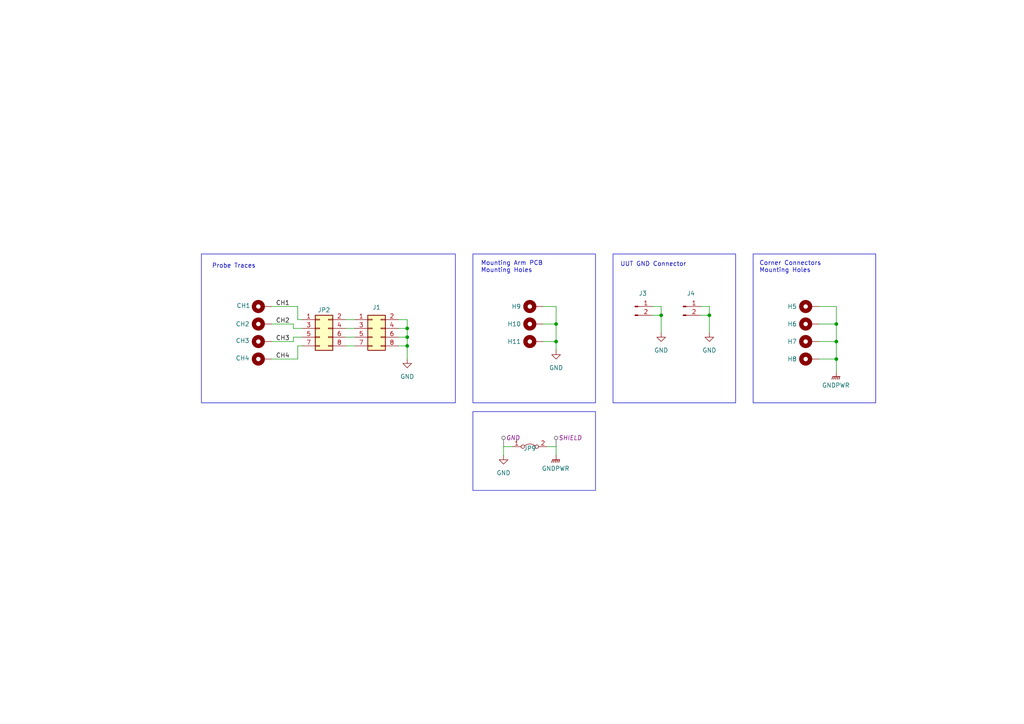
<source format=kicad_sch>
(kicad_sch (version 20231120) (generator "eeschema") (generator_version "8.0")
  (paper "A4")
  (title_block (title "Prober X1 - Carrier PCB") (date "2024-12-31") (rev "1") (company "Bitcrush Testing") (comment 1 "Bernhard Trinnes"))
  (lib_symbols
    (symbol "Connector:Conn_01x02_Pin" (pin_names (offset 1.016) hide)
      (property "Reference" "J" (at 0 2.54 0))
      (property "Value" "Conn_01x02_Pin" (at 0 -5.08 0))
      (symbol "Conn_01x02_Pin_1_1"
        (polyline (pts (xy 1.27 -2.54) (xy 0.8636 -2.54)) (stroke (width 0.1524)))
        (polyline (pts (xy 1.27 0) (xy 0.8636 0)) (stroke (width 0.1524)))
        (rectangle (start 0.8636 -2.413) (end 0 -2.667) (stroke (width 0.1524)) (fill (type outline)))
        (rectangle (start 0.8636 0.127) (end 0 -0.127) (stroke (width 0.1524)) (fill (type outline)))
        (pin passive line (at 5.08 0 180) (length 3.81) (name "Pin_1") (number "1"))
        (pin passive line (at 5.08 -2.54 180) (length 3.81) (name "Pin_2") (number "2"))
      )
    )
    (symbol "Connector_Generic:Conn_02x04_Odd_Even" (pin_names (offset 1.016) hide)
      (property "Reference" "J" (at 1.27 5.08 0))
      (property "Value" "Conn_02x04_Odd_Even" (at 1.27 -7.62 0))
      (symbol "Conn_02x04_Odd_Even_1_1"
        (rectangle (start -1.27 -4.953) (end 0 -5.207) (stroke (width 0.1524)))
        (rectangle (start -1.27 -2.413) (end 0 -2.667) (stroke (width 0.1524)))
        (rectangle (start -1.27 0.127) (end 0 -0.127) (stroke (width 0.1524)))
        (rectangle (start -1.27 2.667) (end 0 2.413) (stroke (width 0.1524)))
        (rectangle (start -1.27 3.81) (end 3.81 -6.35) (stroke (width 0.254)) (fill (type background)))
        (rectangle (start 3.81 -4.953) (end 2.54 -5.207) (stroke (width 0.1524)))
        (rectangle (start 3.81 -2.413) (end 2.54 -2.667) (stroke (width 0.1524)))
        (rectangle (start 3.81 0.127) (end 2.54 -0.127) (stroke (width 0.1524)))
        (rectangle (start 3.81 2.667) (end 2.54 2.413) (stroke (width 0.1524)))
        (pin passive line (at -5.08 2.54 0) (length 3.81) (name "Pin_1") (number "1"))
        (pin passive line (at 7.62 2.54 180) (length 3.81) (name "Pin_2") (number "2"))
        (pin passive line (at -5.08 0 0) (length 3.81) (name "Pin_3") (number "3"))
        (pin passive line (at 7.62 0 180) (length 3.81) (name "Pin_4") (number "4"))
        (pin passive line (at -5.08 -2.54 0) (length 3.81) (name "Pin_5") (number "5"))
        (pin passive line (at 7.62 -2.54 180) (length 3.81) (name "Pin_6") (number "6"))
        (pin passive line (at -5.08 -5.08 0) (length 3.81) (name "Pin_7") (number "7"))
        (pin passive line (at 7.62 -5.08 180) (length 3.81) (name "Pin_8") (number "8"))
      )
    )
    (symbol "Jumper:Jumper_2_Bridged" (pin_names (offset 0) hide)
      (property "Reference" "JP" (at 0 1.905 0))
      (property "Value" "Jumper_2_Bridged" (at 0 -2.54 0))
      (symbol "Jumper_2_Bridged_0_0"
        (circle (center -2.032 0) (radius 0.508))
        (circle (center 2.032 0) (radius 0.508))
      )
      (symbol "Jumper_2_Bridged_0_1"
        (arc (start 1.524 0.254) (mid 0 0.762) (end -1.524 0.254))
      )
      (symbol "Jumper_2_Bridged_1_1"
        (pin passive line (at -5.08 0 0) (length 2.54) (name "A") (number "1"))
        (pin passive line (at 5.08 0 180) (length 2.54) (name "B") (number "2"))
      )
    )
    (symbol "Mechanical:MountingHole_Pad" (pin_numbers hide) (pin_names (offset 1.016) hide)
      (property "Reference" "H" (at 0 6.35 0))
      (property "Value" "MountingHole_Pad" (at 0 4.445 0))
      (symbol "MountingHole_Pad_0_1"
        (circle (center 0 1.27) (radius 1.27) (stroke (width 1.27)))
      )
      (symbol "MountingHole_Pad_1_1"
        (pin input line (at 0 -2.54 90) (length 2.54) (name "1") (number "1"))
      )
    )
    (symbol "power:GND" (power) (pin_numbers hide) (pin_names (offset 0) hide)
      (property "Value" "GND" (at 0 -3.81 0))
      (symbol "GND_0_1"
        (polyline (pts (xy 0 0) (xy 0 -1.27) (xy 1.27 -1.27) (xy 0 -2.54) (xy -1.27 -1.27) (xy 0 -1.27)))
      )
      (symbol "GND_1_1"
        (pin power_in line (at 0 0 270) (length 0) (name "~") (number "1"))
      )
    )
    (symbol "power:GNDPWR" (power) (pin_numbers hide) (pin_names (offset 0) hide)
      (property "Value" "GNDPWR" (at 0 -3.302 0))
      (symbol "GNDPWR_0_1"
        (polyline (pts (xy 0 -1.27) (xy 0 0)))
        (polyline (pts (xy -1.016 -1.27) (xy -1.27 -2.032) (xy -1.27 -2.032)) (stroke (width 0.2032)))
        (polyline (pts (xy -0.508 -1.27) (xy -0.762 -2.032) (xy -0.762 -2.032)) (stroke (width 0.2032)))
        (polyline (pts (xy 0 -1.27) (xy -0.254 -2.032) (xy -0.254 -2.032)) (stroke (width 0.2032)))
        (polyline (pts (xy 0.508 -1.27) (xy 0.254 -2.032) (xy 0.254 -2.032)) (stroke (width 0.2032)))
        (polyline (pts (xy 1.016 -1.27) (xy -1.016 -1.27) (xy -1.016 -1.27)) (stroke (width 0.2032)))
        (polyline (pts (xy 1.016 -1.27) (xy 0.762 -2.032) (xy 0.762 -2.032) (xy 0.762 -2.032)) (stroke (width 0.2032)))
      )
      (symbol "GNDPWR_1_1"
        (pin power_in line (at 0 0 270) (length 0) (name "~") (number "1"))
      )
    )
  )
  (junction (at 118.11 100.33))
  (junction (at 242.57 93.98))
  (junction (at 205.74 91.44))
  (junction (at 118.11 95.25))
  (junction (at 242.57 104.14))
  (junction (at 161.29 99.06))
  (junction (at 118.11 97.79))
  (junction (at 242.57 99.06))
  (junction (at 161.29 93.98))
  (junction (at 191.77 91.44))
  (wire (pts (xy 146.05 129.54) (xy 148.59 129.54)))
  (wire (pts (xy 237.49 88.9) (xy 242.57 88.9)))
  (wire (pts (xy 157.48 93.98) (xy 161.29 93.98)))
  (wire (pts (xy 85.09 97.79) (xy 85.09 99.06)))
  (wire (pts (xy 86.36 92.71) (xy 86.36 88.9)))
  (wire (pts (xy 85.09 95.25) (xy 87.63 95.25)))
  (wire (pts (xy 157.48 88.9) (xy 161.29 88.9)))
  (wire (pts (xy 85.09 93.98) (xy 78.74 93.98)))
  (wire (pts (xy 86.36 100.33) (xy 87.63 100.33)))
  (wire (pts (xy 86.36 92.71) (xy 87.63 92.71)))
  (wire (pts (xy 85.09 95.25) (xy 85.09 93.98)))
  (wire (pts (xy 242.57 88.9) (xy 242.57 93.98)))
  (wire (pts (xy 78.74 104.14) (xy 86.36 104.14)))
  (wire (pts (xy 161.29 93.98) (xy 161.29 99.06)))
  (wire (pts (xy 158.75 129.54) (xy 161.29 129.54)))
  (wire (pts (xy 161.29 99.06) (xy 161.29 101.6)))
  (wire (pts (xy 189.23 91.44) (xy 191.77 91.44)))
  (wire (pts (xy 100.33 95.25) (xy 102.87 95.25)))
  (wire (pts (xy 115.57 100.33) (xy 118.11 100.33)))
  (wire (pts (xy 189.23 88.9) (xy 191.77 88.9)))
  (wire (pts (xy 100.33 97.79) (xy 102.87 97.79)))
  (wire (pts (xy 115.57 97.79) (xy 118.11 97.79)))
  (wire (pts (xy 78.74 88.9) (xy 86.36 88.9)))
  (wire (pts (xy 118.11 100.33) (xy 118.11 104.14)))
  (wire (pts (xy 115.57 95.25) (xy 118.11 95.25)))
  (wire (pts (xy 115.57 92.71) (xy 118.11 92.71)))
  (wire (pts (xy 118.11 95.25) (xy 118.11 97.79)))
  (wire (pts (xy 100.33 92.71) (xy 102.87 92.71)))
  (wire (pts (xy 118.11 92.71) (xy 118.11 95.25)))
  (wire (pts (xy 203.2 88.9) (xy 205.74 88.9)))
  (wire (pts (xy 85.09 97.79) (xy 87.63 97.79)))
  (wire (pts (xy 242.57 104.14) (xy 242.57 107.95)))
  (wire (pts (xy 237.49 104.14) (xy 242.57 104.14)))
  (wire (pts (xy 78.74 99.06) (xy 85.09 99.06)))
  (wire (pts (xy 191.77 91.44) (xy 191.77 96.52)))
  (wire (pts (xy 100.33 100.33) (xy 102.87 100.33)))
  (wire (pts (xy 157.48 99.06) (xy 161.29 99.06)))
  (wire (pts (xy 242.57 93.98) (xy 242.57 99.06)))
  (wire (pts (xy 146.05 132.08) (xy 146.05 129.54)))
  (wire (pts (xy 242.57 99.06) (xy 242.57 104.14)))
  (wire (pts (xy 86.36 100.33) (xy 86.36 104.14)))
  (wire (pts (xy 161.29 129.54) (xy 161.29 132.08)))
  (wire (pts (xy 118.11 97.79) (xy 118.11 100.33)))
  (wire (pts (xy 205.74 88.9) (xy 205.74 91.44)))
  (wire (pts (xy 191.77 88.9) (xy 191.77 91.44)))
  (wire (pts (xy 237.49 93.98) (xy 242.57 93.98)))
  (wire (pts (xy 161.29 88.9) (xy 161.29 93.98)))
  (wire (pts (xy 205.74 91.44) (xy 205.74 96.52)))
  (wire (pts (xy 237.49 99.06) (xy 242.57 99.06)))
  (wire (pts (xy 203.2 91.44) (xy 205.74 91.44)))
  (rectangle (start 58.42 73.66) (end 132.08 116.84))
  (rectangle (start 177.8 73.66) (end 213.36 116.84))
  (rectangle (start 137.16 73.66) (end 172.72 116.84))
  (rectangle (start 137.16 119.38) (end 172.72 142.24))
  (rectangle (start 218.44 73.66) (end 254 116.84))
  (text "Mounting Arm PCB\nMounting Holes\n" (at 139.446 75.692 0) (effects (font (size 1.27 1.27)) (justify left top)))
  (text "Probe Traces" (at 67.818 77.216 0) (effects (font (size 1.27 1.27))))
  (text "Corner Connectors \nMounting Holes" (at 220.218 75.692 0) (effects (font (size 1.27 1.27)) (justify left top)))
  (text "UUT GND Connector\n" (at 189.484 76.708 0) (effects (font (size 1.27 1.27))))
  (label "CH2" (at 80.01 93.98 0))
  (label "CH4" (at 80.01 104.14 0))
  (label "CH1" (at 80.01 88.9 0))
  (label "CH3" (at 80.01 99.06 0))
  (netclass_flag "" (length 2.54) (shape round) (at 146.05 129.54 0) (property "Netclass" "GND" (at 146.7485 127 0) (effects (font (italic yes)) (justify left))))
  (netclass_flag "" (length 2.54) (shape round) (at 161.29 129.54 0) (property "Netclass" "SHIELD" (at 161.9885 127 0) (effects (font (italic yes)) (justify left))))
  (symbol (lib_id "Mechanical:MountingHole_Pad") (at 76.2 93.98 90) (unit 1)
    (property "Reference" "CH2" (at 72.39 93.98 90) (effects (justify left)))
    (property "Value" "MountingHole_Pad" (effects (hide yes)))
    (property "Footprint" "encircle:MountingHole_3.2mm_M3_9mm_Pad" (effects (hide yes)))
    (property "Description" "Mounting Hole with connection" (effects (hide yes)))
  )
  (symbol (lib_id "Mechanical:MountingHole_Pad") (at 234.95 93.98 90) (unit 1)
    (property "Reference" "H6" (at 231.14 93.9801 90) (effects (justify left)))
    (property "Value" "MountingHole_Pad" (effects (hide yes)))
    (property "Footprint" "MountingHole:MountingHole_3.2mm_M3_DIN965_Pad" (effects (hide yes)))
    (property "Description" "Mounting Hole with connection" (effects (hide yes)))
  )
  (symbol (lib_id "power:GND") (at 118.11 104.14 0) (unit 1)
    (property "Reference" "#PWR01" (effects (hide yes)))
    (property "Value" "GND" (at 118.11 109.22 0))
    (property "Description" "Power symbol creates a global label with name \"GND\" , ground" (effects (hide yes)))
  )
  (symbol (lib_id "Mechanical:MountingHole_Pad") (at 76.2 99.06 90) (unit 1)
    (property "Reference" "CH3" (at 70.358 98.806 90))
    (property "Value" "MountingHole_Pad" (effects (hide yes)))
    (property "Footprint" "encircle:MountingHole_3.2mm_M3_9mm_Pad" (effects (hide yes)))
    (property "Description" "Mounting Hole with connection" (effects (hide yes)))
  )
  (symbol (lib_id "power:GND") (at 146.05 132.08 0) (unit 1)
    (property "Reference" "#PWR02" (effects (hide yes)))
    (property "Value" "GND" (at 146.05 137.16 0))
    (property "Description" "Power symbol creates a global label with name \"GND\" , ground" (effects (hide yes)))
  )
  (symbol (lib_id "Mechanical:MountingHole_Pad") (at 76.2 104.14 90) (unit 1)
    (property "Reference" "CH4" (at 70.358 103.886 90))
    (property "Value" "MountingHole_Pad" (effects (hide yes)))
    (property "Footprint" "encircle:MountingHole_3.2mm_M3_9mm_Pad" (effects (hide yes)))
    (property "Description" "Mounting Hole with connection" (effects (hide yes)))
  )
  (symbol (lib_id "Connector:Conn_01x02_Pin") (at 198.12 88.9 0) (unit 1)
    (property "Reference" "J4" (at 200.406 85.09 0))
    (property "Value" "Conn_01x02_Pin" (effects (hide yes)))
    (property "Footprint" "encircle:HARWIN_M20-8890245R" (effects (hide yes)))
    (property "Description" "Generic connector, single row, 01x02, script generated" (effects (hide yes)))
  )
  (symbol (lib_id "Mechanical:MountingHole_Pad") (at 234.95 88.9 90) (unit 1)
    (property "Reference" "H5" (at 231.14 88.9001 90) (effects (justify left)))
    (property "Value" "MountingHole_Pad" (effects (hide yes)))
    (property "Footprint" "MountingHole:MountingHole_3.2mm_M3_DIN965_Pad" (effects (hide yes)))
    (property "Description" "Mounting Hole with connection" (effects (hide yes)))
  )
  (symbol (lib_id "Jumper:Jumper_2_Bridged") (at 153.67 129.54 0) (unit 1)
    (property "Reference" "JP9" (at 153.67 130.048 0))
    (property "Value" "Jumper_2_Bridged" (effects (hide yes)))
    (property "Footprint" "Connector_PinHeader_2.54mm:PinHeader_1x02_P2.54mm_Vertical_SMD_Pin1Right" (effects (hide yes)))
    (property "Description" "Jumper, 2-pole, closed/bridged" (effects (hide yes)))
  )
  (symbol (lib_id "Connector:Conn_01x02_Pin") (at 184.15 88.9 0) (unit 1)
    (property "Reference" "J3" (at 186.436 85.09 0))
    (property "Value" "Conn_01x02_Pin" (effects (hide yes)))
    (property "Footprint" "encircle:HARWIN_M20-8890245R" (effects (hide yes)))
    (property "Description" "Generic connector, single row, 01x02, script generated" (effects (hide yes)))
  )
  (symbol (lib_id "Connector_Generic:Conn_02x04_Odd_Even") (at 107.95 95.25 0) (unit 1)
    (property "Reference" "J1" (at 109.22 89.154 0))
    (property "Value" "Conn_02x04_Odd_Even" (effects (hide yes)))
    (property "Footprint" "Connector_IDC:IDC-Header_2x04_P2.54mm_Vertical_SMD" (effects (hide yes)))
    (property "Description" "Generic connector, double row, 02x04, odd/even pin numbering scheme (row 1 odd numbers, row 2 even numbers), script generated (kicad-library-utils/schlib/autogen/connector/)" (effects (hide yes)))
  )
  (symbol (lib_id "Mechanical:MountingHole_Pad") (at 154.94 88.9 90) (unit 1)
    (property "Reference" "H9" (at 151.13 88.9001 90) (effects (justify left)))
    (property "Value" "MountingHole_Pad" (effects (hide yes)))
    (property "Footprint" "MountingHole:MountingHole_3.2mm_M3_DIN965_Pad" (effects (hide yes)))
    (property "Description" "Mounting Hole with connection" (effects (hide yes)))
  )
  (symbol (lib_id "Mechanical:MountingHole_Pad") (at 76.2 88.9 90) (unit 1)
    (property "Reference" "CH1" (at 70.612 88.646 90))
    (property "Value" "MountingHole_Pad" (effects (hide yes)))
    (property "Footprint" "encircle:MountingHole_3.2mm_M3_9mm_Pad" (effects (hide yes)))
    (property "Description" "Mounting Hole with connection" (effects (hide yes)))
  )
  (symbol (lib_id "Mechanical:MountingHole_Pad") (at 154.94 99.06 90) (unit 1)
    (property "Reference" "H11" (at 151.13 99.0601 90) (effects (justify left)))
    (property "Value" "MountingHole_Pad" (effects (hide yes)))
    (property "Footprint" "MountingHole:MountingHole_3.2mm_M3_DIN965_Pad" (effects (hide yes)))
    (property "Description" "Mounting Hole with connection" (effects (hide yes)))
  )
  (symbol (lib_id "power:GND") (at 205.74 96.52 0) (unit 1)
    (property "Reference" "#PWR07" (effects (hide yes)))
    (property "Value" "GND" (at 205.74 101.6 0))
    (property "Description" "Power symbol creates a global label with name \"GND\" , ground" (effects (hide yes)))
  )
  (symbol (lib_id "power:GND") (at 161.29 101.6 0) (unit 1)
    (property "Reference" "#PWR04" (effects (hide yes)))
    (property "Value" "GND" (at 161.29 106.68 0))
    (property "Description" "Power symbol creates a global label with name \"GND\" , ground" (effects (hide yes)))
  )
  (symbol (lib_id "power:GNDPWR") (at 242.57 107.95 0) (unit 1)
    (property "Reference" "#PWR05" (effects (hide yes)))
    (property "Value" "GNDPWR" (at 242.443 111.76 0))
    (property "Description" "Power symbol creates a global label with name \"GNDPWR\" , global ground" (effects (hide yes)))
  )
  (symbol (lib_id "Mechanical:MountingHole_Pad") (at 154.94 93.98 90) (unit 1)
    (property "Reference" "H10" (at 151.13 93.9801 90) (effects (justify left)))
    (property "Value" "MountingHole_Pad" (effects (hide yes)))
    (property "Footprint" "MountingHole:MountingHole_3.2mm_M3_DIN965_Pad" (effects (hide yes)))
    (property "Description" "Mounting Hole with connection" (effects (hide yes)))
  )
  (symbol (lib_id "power:GND") (at 191.77 96.52 0) (unit 1)
    (property "Reference" "#PWR06" (effects (hide yes)))
    (property "Value" "GND" (at 191.77 101.6 0))
    (property "Description" "Power symbol creates a global label with name \"GND\" , ground" (effects (hide yes)))
  )
  (symbol (lib_id "power:GNDPWR") (at 161.29 132.08 0) (unit 1)
    (property "Reference" "#PWR03" (effects (hide yes)))
    (property "Value" "GNDPWR" (at 161.163 135.89 0))
    (property "Description" "Power symbol creates a global label with name \"GNDPWR\" , global ground" (effects (hide yes)))
  )
  (symbol (lib_id "Connector_Generic:Conn_02x04_Odd_Even") (at 92.71 95.25 0) (unit 1)
    (property "Reference" "JP2" (at 93.98 89.916 0))
    (property "Value" "Conn_02x04_Odd_Even" (effects (hide yes)))
    (property "Footprint" "Connector_PinHeader_2.54mm:PinHeader_2x04_P2.54mm_Vertical_SMD" (effects (hide yes)))
    (property "Description" "Generic connector, double row, 02x04, odd/even pin numbering scheme (row 1 odd numbers, row 2 even numbers), script generated (kicad-library-utils/schlib/autogen/connector/)" (effects (hide yes)))
  )
  (symbol (lib_id "Mechanical:MountingHole_Pad") (at 234.95 104.14 90) (unit 1)
    (property "Reference" "H8" (at 231.14 104.1401 90) (effects (justify left)))
    (property "Value" "MountingHole_Pad" (effects (hide yes)))
    (property "Footprint" "MountingHole:MountingHole_3.2mm_M3_DIN965_Pad" (effects (hide yes)))
    (property "Description" "Mounting Hole with connection" (effects (hide yes)))
  )
  (symbol (lib_id "Mechanical:MountingHole_Pad") (at 234.95 99.06 90) (unit 1)
    (property "Reference" "H7" (at 231.14 99.0601 90) (effects (justify left)))
    (property "Value" "MountingHole_Pad" (effects (hide yes)))
    (property "Footprint" "MountingHole:MountingHole_3.2mm_M3_DIN965_Pad" (effects (hide yes)))
    (property "Description" "Mounting Hole with connection" (effects (hide yes)))
  )
)
</source>
